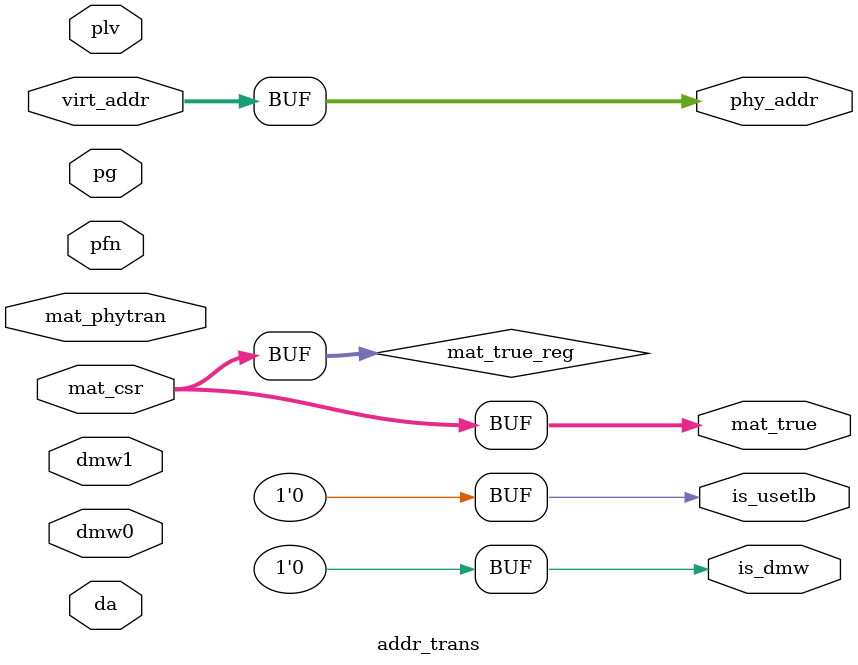
<source format=sv>
module addr_trans(
    input  logic[31:0]virt_addr,
    output logic[31:0]phy_addr,
    input da,
    input pg,
    input logic[31:0]dmw0,
    input logic[31:0]dmw1,
    input [1:0]plv,
    input [1:0]mat_phytran,
    input [1:0]mat_csr,
    //TLB
    //output [18:0] vpn2,
    //output odd_page,
    input [19:0] pfn,
    //input logic tlb_ne,
    output logic is_dmw,
    output logic is_usetlb,
    output [1:0]mat_true
);
//assign {vpn2,odd_page} = virt_addr[31:12];
reg [1:0] mat_true_reg;
assign mat_true =  mat_true_reg;
always_comb begin
    `ifdef usetlb
    if(da&~pg)begin
        phy_addr = virt_addr;
        is_dmw = 0;
        is_usetlb = 0;
        mat_true_reg = mat_csr;
    end
    else begin
        if(dmw0[31:29]==virt_addr[31:29]&dmw0[{3'b0,plv}])begin
        phy_addr = {dmw0[27:25],virt_addr[28:0]};
        is_dmw = 1;
        is_usetlb = 0;
        mat_true_reg = dmw0[5:4];
        end
        else if(dmw1[31:29]==virt_addr[31:29]&dmw1[{3'b0,plv}])begin
        phy_addr = {dmw1[27:25],virt_addr[28:0]};
        is_dmw = 1;
        is_usetlb = 0;
        mat_true_reg = dmw1[5:4];
        end
        else begin
        phy_addr = {pfn,virt_addr[11:0]};
        is_dmw = 0;
        is_usetlb = 1;
        mat_true_reg = mat_phytran;
        end
    end
    `else
    phy_addr = virt_addr;
    is_dmw = 0;
    is_usetlb = 0;
    mat_true_reg = mat_csr;
    `endif
end
endmodule
</source>
